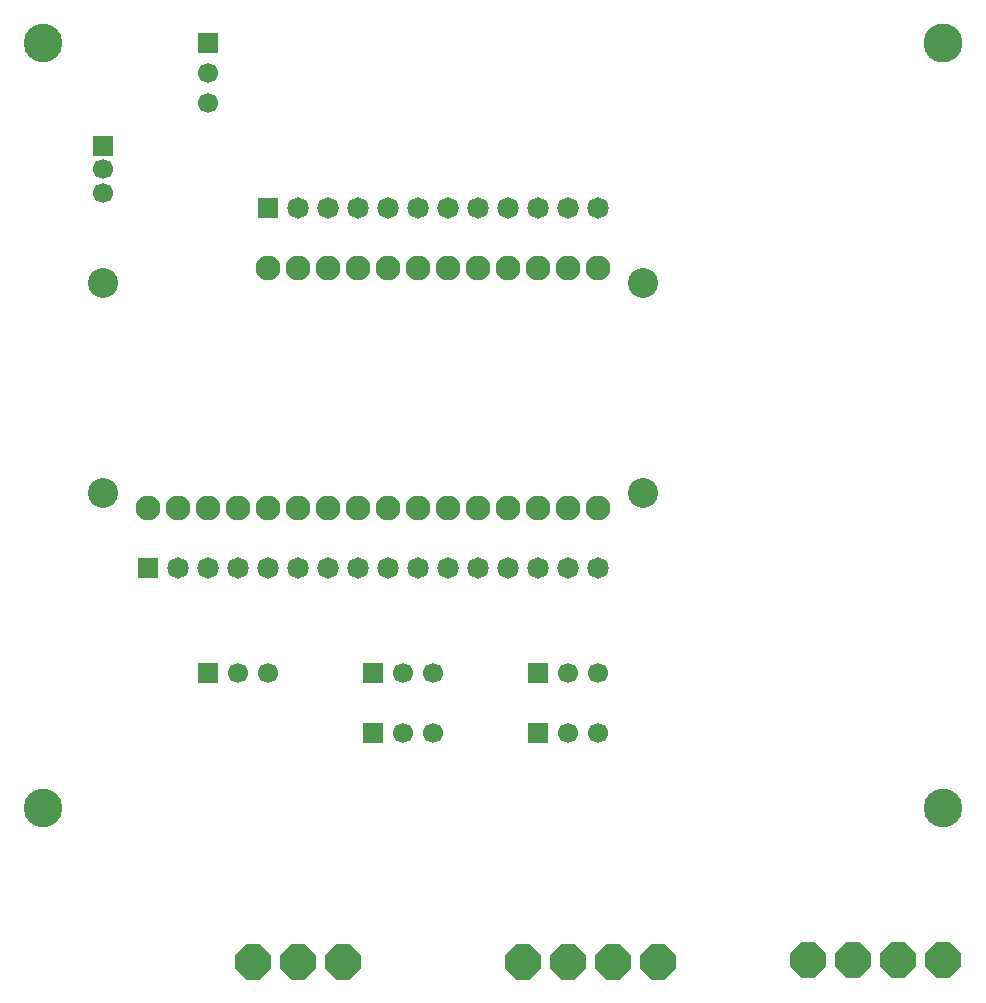
<source format=gbr>
G04 DipTrace 3.3.1.3*
G04 BottomMask.gbr*
%MOIN*%
G04 #@! TF.FileFunction,Soldermask,Bot*
G04 #@! TF.Part,Single*
%AMOUTLINE1*
4,1,8,
0.0585,0.024232,
0.0585,-0.024232,
0.024232,-0.0585,
-0.024232,-0.0585,
-0.0585,-0.024232,
-0.0585,0.024232,
-0.024232,0.0585,
0.024232,0.0585,
0.0585,0.024232,
0*%
%ADD43C,0.1285*%
%ADD44C,0.13*%
%ADD45C,0.1*%
%ADD57C,0.08288*%
%ADD67C,0.07166*%
%ADD69R,0.07166X0.07166*%
%ADD79C,0.066935*%
%ADD81R,0.066935X0.066935*%
%ADD93OUTLINE1*%
%FSLAX26Y26*%
G04*
G70*
G90*
G75*
G01*
G04 BotMask*
%LPD*%
D43*
X643700Y1093700D3*
X3643700D3*
D44*
Y3643700D3*
D43*
X643700D3*
D81*
X1193700Y1543700D3*
D79*
X1293700D3*
X1393700D3*
X843700Y3143700D3*
Y3222440D3*
D81*
Y3301180D3*
X1193700Y3643700D3*
D79*
Y3543700D3*
Y3443700D3*
D93*
X1343700Y581200D3*
X1493700D3*
X1643700D3*
D81*
X1743700Y1543700D3*
D79*
X1843700D3*
X1943700D3*
D81*
X1743700Y1343700D3*
D79*
X1843700D3*
X1943700D3*
D93*
X2243700Y581200D3*
X2393700D3*
X2543700D3*
X2693700D3*
D81*
X2293700Y1543700D3*
D79*
X2393700D3*
X2493700D3*
D81*
X2293700Y1343700D3*
D79*
X2393700D3*
X2493700D3*
D93*
X3193700Y587451D3*
X3343700D3*
X3493700D3*
X3643700D3*
D69*
X993700Y1893700D3*
D67*
X1093700D3*
X1193700D3*
X1293700D3*
X1393700D3*
X1493700D3*
X1593700D3*
X1693700D3*
X1793700D3*
X1893700D3*
X1993700D3*
X2093700D3*
X2193700D3*
X2293700D3*
X2393700D3*
X2493700D3*
D69*
X1393700Y3093700D3*
D67*
X1493700D3*
X1593700D3*
X1693700D3*
X1793700D3*
X1893700D3*
X1993700D3*
X2093700D3*
X2193700D3*
X2293700D3*
X2393700D3*
X2493700D3*
D57*
X993700Y2093700D3*
X1093700D3*
X1193700D3*
X1293700D3*
X1393700D3*
X1493700D3*
X1593700D3*
X1693700D3*
X1793700D3*
X1893700D3*
X1993700D3*
X2093700D3*
X2193700D3*
X2293700D3*
X2393700D3*
X2493700D3*
Y2893700D3*
X2393700D3*
X2293700D3*
X2193700D3*
X2093700D3*
X1993700D3*
X1893700D3*
X1793700D3*
X1693700D3*
X1593700D3*
X1493700D3*
X1393700D3*
D45*
X2643700Y2143700D3*
Y2843700D3*
X843700Y2143700D3*
Y2843700D3*
M02*

</source>
